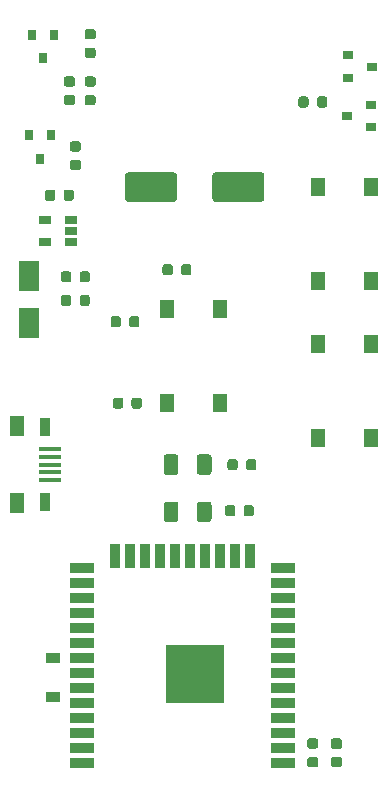
<source format=gtp>
G04 #@! TF.GenerationSoftware,KiCad,Pcbnew,(5.1.7)-1*
G04 #@! TF.CreationDate,2021-06-29T10:42:22+02:00*
G04 #@! TF.ProjectId,TwomesGateway,54776f6d-6573-4476-9174-657761792e6b,rev?*
G04 #@! TF.SameCoordinates,Original*
G04 #@! TF.FileFunction,Paste,Top*
G04 #@! TF.FilePolarity,Positive*
%FSLAX46Y46*%
G04 Gerber Fmt 4.6, Leading zero omitted, Abs format (unit mm)*
G04 Created by KiCad (PCBNEW (5.1.7)-1) date 2021-06-29 10:42:22*
%MOMM*%
%LPD*%
G01*
G04 APERTURE LIST*
%ADD10R,1.800000X2.500000*%
%ADD11R,0.900000X1.625000*%
%ADD12R,1.850000X0.400000*%
%ADD13R,1.300000X1.715000*%
%ADD14R,0.900000X0.800000*%
%ADD15R,0.800000X0.900000*%
%ADD16R,1.200000X0.900000*%
%ADD17R,2.000000X0.900000*%
%ADD18R,0.900000X2.000000*%
%ADD19R,5.000000X5.000000*%
%ADD20R,1.060000X0.650000*%
%ADD21R,1.300000X1.550000*%
G04 APERTURE END LIST*
G36*
G01*
X94750000Y-141725000D02*
X95250000Y-141725000D01*
G75*
G02*
X95475000Y-141950000I0J-225000D01*
G01*
X95475000Y-142400000D01*
G75*
G02*
X95250000Y-142625000I-225000J0D01*
G01*
X94750000Y-142625000D01*
G75*
G02*
X94525000Y-142400000I0J225000D01*
G01*
X94525000Y-141950000D01*
G75*
G02*
X94750000Y-141725000I225000J0D01*
G01*
G37*
G36*
G01*
X94750000Y-140175000D02*
X95250000Y-140175000D01*
G75*
G02*
X95475000Y-140400000I0J-225000D01*
G01*
X95475000Y-140850000D01*
G75*
G02*
X95250000Y-141075000I-225000J0D01*
G01*
X94750000Y-141075000D01*
G75*
G02*
X94525000Y-140850000I0J225000D01*
G01*
X94525000Y-140400000D01*
G75*
G02*
X94750000Y-140175000I225000J0D01*
G01*
G37*
G36*
G01*
X92743750Y-140175000D02*
X93256250Y-140175000D01*
G75*
G02*
X93475000Y-140393750I0J-218750D01*
G01*
X93475000Y-140831250D01*
G75*
G02*
X93256250Y-141050000I-218750J0D01*
G01*
X92743750Y-141050000D01*
G75*
G02*
X92525000Y-140831250I0J218750D01*
G01*
X92525000Y-140393750D01*
G75*
G02*
X92743750Y-140175000I218750J0D01*
G01*
G37*
G36*
G01*
X92743750Y-141750000D02*
X93256250Y-141750000D01*
G75*
G02*
X93475000Y-141968750I0J-218750D01*
G01*
X93475000Y-142406250D01*
G75*
G02*
X93256250Y-142625000I-218750J0D01*
G01*
X92743750Y-142625000D01*
G75*
G02*
X92525000Y-142406250I0J218750D01*
G01*
X92525000Y-141968750D01*
G75*
G02*
X92743750Y-141750000I218750J0D01*
G01*
G37*
G36*
G01*
X84500000Y-94500000D02*
X84500000Y-92500000D01*
G75*
G02*
X84750000Y-92250000I250000J0D01*
G01*
X88650000Y-92250000D01*
G75*
G02*
X88900000Y-92500000I0J-250000D01*
G01*
X88900000Y-94500000D01*
G75*
G02*
X88650000Y-94750000I-250000J0D01*
G01*
X84750000Y-94750000D01*
G75*
G02*
X84500000Y-94500000I0J250000D01*
G01*
G37*
G36*
G01*
X77100000Y-94500000D02*
X77100000Y-92500000D01*
G75*
G02*
X77350000Y-92250000I250000J0D01*
G01*
X81250000Y-92250000D01*
G75*
G02*
X81500000Y-92500000I0J-250000D01*
G01*
X81500000Y-94500000D01*
G75*
G02*
X81250000Y-94750000I-250000J0D01*
G01*
X77350000Y-94750000D01*
G75*
G02*
X77100000Y-94500000I0J250000D01*
G01*
G37*
D10*
X69000000Y-105000000D03*
X69000000Y-101000000D03*
D11*
X70300000Y-120200000D03*
D12*
X70770000Y-118310000D03*
X70770000Y-117660000D03*
X70770000Y-117010000D03*
D11*
X70300000Y-113800000D03*
D12*
X70770000Y-116360000D03*
X70770000Y-115710000D03*
D13*
X67950000Y-120250000D03*
X67950000Y-113750000D03*
G36*
G01*
X73893750Y-81700000D02*
X74406250Y-81700000D01*
G75*
G02*
X74625000Y-81918750I0J-218750D01*
G01*
X74625000Y-82356250D01*
G75*
G02*
X74406250Y-82575000I-218750J0D01*
G01*
X73893750Y-82575000D01*
G75*
G02*
X73675000Y-82356250I0J218750D01*
G01*
X73675000Y-81918750D01*
G75*
G02*
X73893750Y-81700000I218750J0D01*
G01*
G37*
G36*
G01*
X73893750Y-80125000D02*
X74406250Y-80125000D01*
G75*
G02*
X74625000Y-80343750I0J-218750D01*
G01*
X74625000Y-80781250D01*
G75*
G02*
X74406250Y-81000000I-218750J0D01*
G01*
X73893750Y-81000000D01*
G75*
G02*
X73675000Y-80781250I0J218750D01*
G01*
X73675000Y-80343750D01*
G75*
G02*
X73893750Y-80125000I218750J0D01*
G01*
G37*
G36*
G01*
X74406250Y-85000000D02*
X73893750Y-85000000D01*
G75*
G02*
X73675000Y-84781250I0J218750D01*
G01*
X73675000Y-84343750D01*
G75*
G02*
X73893750Y-84125000I218750J0D01*
G01*
X74406250Y-84125000D01*
G75*
G02*
X74625000Y-84343750I0J-218750D01*
G01*
X74625000Y-84781250D01*
G75*
G02*
X74406250Y-85000000I-218750J0D01*
G01*
G37*
G36*
G01*
X74406250Y-86575000D02*
X73893750Y-86575000D01*
G75*
G02*
X73675000Y-86356250I0J218750D01*
G01*
X73675000Y-85918750D01*
G75*
G02*
X73893750Y-85700000I218750J0D01*
G01*
X74406250Y-85700000D01*
G75*
G02*
X74625000Y-85918750I0J-218750D01*
G01*
X74625000Y-86356250D01*
G75*
G02*
X74406250Y-86575000I-218750J0D01*
G01*
G37*
D14*
X95900000Y-87500000D03*
X97900000Y-86550000D03*
X97900000Y-88450000D03*
X98000000Y-83300000D03*
X96000000Y-84250000D03*
X96000000Y-82350000D03*
G36*
G01*
X76950000Y-111543750D02*
X76950000Y-112056250D01*
G75*
G02*
X76731250Y-112275000I-218750J0D01*
G01*
X76293750Y-112275000D01*
G75*
G02*
X76075000Y-112056250I0J218750D01*
G01*
X76075000Y-111543750D01*
G75*
G02*
X76293750Y-111325000I218750J0D01*
G01*
X76731250Y-111325000D01*
G75*
G02*
X76950000Y-111543750I0J-218750D01*
G01*
G37*
G36*
G01*
X78525000Y-111543750D02*
X78525000Y-112056250D01*
G75*
G02*
X78306250Y-112275000I-218750J0D01*
G01*
X77868750Y-112275000D01*
G75*
G02*
X77650000Y-112056250I0J218750D01*
G01*
X77650000Y-111543750D01*
G75*
G02*
X77868750Y-111325000I218750J0D01*
G01*
X78306250Y-111325000D01*
G75*
G02*
X78525000Y-111543750I0J-218750D01*
G01*
G37*
D15*
X69900000Y-91100000D03*
X68950000Y-89100000D03*
X70850000Y-89100000D03*
X70150000Y-82600000D03*
X69200000Y-80600000D03*
X71100000Y-80600000D03*
D16*
X71000000Y-136650000D03*
X71000000Y-133350000D03*
D17*
X73500000Y-142255000D03*
X73500000Y-140985000D03*
X73500000Y-139715000D03*
X73500000Y-138445000D03*
X73500000Y-137175000D03*
X73500000Y-135905000D03*
X73500000Y-134635000D03*
X73500000Y-133365000D03*
X73500000Y-132095000D03*
X73500000Y-130825000D03*
X73500000Y-129555000D03*
X73500000Y-128285000D03*
X73500000Y-127015000D03*
X73500000Y-125745000D03*
D18*
X76285000Y-124745000D03*
X77555000Y-124745000D03*
X78825000Y-124745000D03*
X80095000Y-124745000D03*
X81365000Y-124745000D03*
X82635000Y-124745000D03*
X83905000Y-124745000D03*
X85175000Y-124745000D03*
X86445000Y-124745000D03*
X87715000Y-124745000D03*
D17*
X90500000Y-125745000D03*
X90500000Y-127015000D03*
X90500000Y-128285000D03*
X90500000Y-129555000D03*
X90500000Y-130825000D03*
X90500000Y-132095000D03*
X90500000Y-133365000D03*
X90500000Y-134635000D03*
X90500000Y-135905000D03*
X90500000Y-137175000D03*
X90500000Y-138445000D03*
X90500000Y-139715000D03*
X90500000Y-140985000D03*
X90500000Y-142255000D03*
D19*
X83000000Y-134755000D03*
D20*
X70300000Y-98150000D03*
X70300000Y-96250000D03*
X72500000Y-96250000D03*
X72500000Y-97200000D03*
X72500000Y-98150000D03*
D21*
X93450000Y-101475000D03*
X97950000Y-101475000D03*
X97950000Y-93525000D03*
X93450000Y-93525000D03*
X93450000Y-114775000D03*
X97950000Y-114775000D03*
X97950000Y-106825000D03*
X93450000Y-106825000D03*
X80650000Y-111775000D03*
X85150000Y-111775000D03*
X85150000Y-103825000D03*
X80650000Y-103825000D03*
G36*
G01*
X87350000Y-117256250D02*
X87350000Y-116743750D01*
G75*
G02*
X87568750Y-116525000I218750J0D01*
G01*
X88006250Y-116525000D01*
G75*
G02*
X88225000Y-116743750I0J-218750D01*
G01*
X88225000Y-117256250D01*
G75*
G02*
X88006250Y-117475000I-218750J0D01*
G01*
X87568750Y-117475000D01*
G75*
G02*
X87350000Y-117256250I0J218750D01*
G01*
G37*
G36*
G01*
X85775000Y-117256250D02*
X85775000Y-116743750D01*
G75*
G02*
X85993750Y-116525000I218750J0D01*
G01*
X86431250Y-116525000D01*
G75*
G02*
X86650000Y-116743750I0J-218750D01*
G01*
X86650000Y-117256250D01*
G75*
G02*
X86431250Y-117475000I-218750J0D01*
G01*
X85993750Y-117475000D01*
G75*
G02*
X85775000Y-117256250I0J218750D01*
G01*
G37*
G36*
G01*
X87137500Y-121156250D02*
X87137500Y-120643750D01*
G75*
G02*
X87356250Y-120425000I218750J0D01*
G01*
X87793750Y-120425000D01*
G75*
G02*
X88012500Y-120643750I0J-218750D01*
G01*
X88012500Y-121156250D01*
G75*
G02*
X87793750Y-121375000I-218750J0D01*
G01*
X87356250Y-121375000D01*
G75*
G02*
X87137500Y-121156250I0J218750D01*
G01*
G37*
G36*
G01*
X85562500Y-121156250D02*
X85562500Y-120643750D01*
G75*
G02*
X85781250Y-120425000I218750J0D01*
G01*
X86218750Y-120425000D01*
G75*
G02*
X86437500Y-120643750I0J-218750D01*
G01*
X86437500Y-121156250D01*
G75*
G02*
X86218750Y-121375000I-218750J0D01*
G01*
X85781250Y-121375000D01*
G75*
G02*
X85562500Y-121156250I0J218750D01*
G01*
G37*
G36*
G01*
X76750000Y-104643750D02*
X76750000Y-105156250D01*
G75*
G02*
X76531250Y-105375000I-218750J0D01*
G01*
X76093750Y-105375000D01*
G75*
G02*
X75875000Y-105156250I0J218750D01*
G01*
X75875000Y-104643750D01*
G75*
G02*
X76093750Y-104425000I218750J0D01*
G01*
X76531250Y-104425000D01*
G75*
G02*
X76750000Y-104643750I0J-218750D01*
G01*
G37*
G36*
G01*
X78325000Y-104643750D02*
X78325000Y-105156250D01*
G75*
G02*
X78106250Y-105375000I-218750J0D01*
G01*
X77668750Y-105375000D01*
G75*
G02*
X77450000Y-105156250I0J218750D01*
G01*
X77450000Y-104643750D01*
G75*
G02*
X77668750Y-104425000I218750J0D01*
G01*
X78106250Y-104425000D01*
G75*
G02*
X78325000Y-104643750I0J-218750D01*
G01*
G37*
G36*
G01*
X81850000Y-100756250D02*
X81850000Y-100243750D01*
G75*
G02*
X82068750Y-100025000I218750J0D01*
G01*
X82506250Y-100025000D01*
G75*
G02*
X82725000Y-100243750I0J-218750D01*
G01*
X82725000Y-100756250D01*
G75*
G02*
X82506250Y-100975000I-218750J0D01*
G01*
X82068750Y-100975000D01*
G75*
G02*
X81850000Y-100756250I0J218750D01*
G01*
G37*
G36*
G01*
X80275000Y-100756250D02*
X80275000Y-100243750D01*
G75*
G02*
X80493750Y-100025000I218750J0D01*
G01*
X80931250Y-100025000D01*
G75*
G02*
X81150000Y-100243750I0J-218750D01*
G01*
X81150000Y-100756250D01*
G75*
G02*
X80931250Y-100975000I-218750J0D01*
G01*
X80493750Y-100975000D01*
G75*
G02*
X80275000Y-100756250I0J218750D01*
G01*
G37*
G36*
G01*
X93350000Y-86556250D02*
X93350000Y-86043750D01*
G75*
G02*
X93568750Y-85825000I218750J0D01*
G01*
X94006250Y-85825000D01*
G75*
G02*
X94225000Y-86043750I0J-218750D01*
G01*
X94225000Y-86556250D01*
G75*
G02*
X94006250Y-86775000I-218750J0D01*
G01*
X93568750Y-86775000D01*
G75*
G02*
X93350000Y-86556250I0J218750D01*
G01*
G37*
G36*
G01*
X91775000Y-86556250D02*
X91775000Y-86043750D01*
G75*
G02*
X91993750Y-85825000I218750J0D01*
G01*
X92431250Y-85825000D01*
G75*
G02*
X92650000Y-86043750I0J-218750D01*
G01*
X92650000Y-86556250D01*
G75*
G02*
X92431250Y-86775000I-218750J0D01*
G01*
X91993750Y-86775000D01*
G75*
G02*
X91775000Y-86556250I0J218750D01*
G01*
G37*
G36*
G01*
X72656250Y-85000000D02*
X72143750Y-85000000D01*
G75*
G02*
X71925000Y-84781250I0J218750D01*
G01*
X71925000Y-84343750D01*
G75*
G02*
X72143750Y-84125000I218750J0D01*
G01*
X72656250Y-84125000D01*
G75*
G02*
X72875000Y-84343750I0J-218750D01*
G01*
X72875000Y-84781250D01*
G75*
G02*
X72656250Y-85000000I-218750J0D01*
G01*
G37*
G36*
G01*
X72656250Y-86575000D02*
X72143750Y-86575000D01*
G75*
G02*
X71925000Y-86356250I0J218750D01*
G01*
X71925000Y-85918750D01*
G75*
G02*
X72143750Y-85700000I218750J0D01*
G01*
X72656250Y-85700000D01*
G75*
G02*
X72875000Y-85918750I0J-218750D01*
G01*
X72875000Y-86356250D01*
G75*
G02*
X72656250Y-86575000I-218750J0D01*
G01*
G37*
G36*
G01*
X73156250Y-90500000D02*
X72643750Y-90500000D01*
G75*
G02*
X72425000Y-90281250I0J218750D01*
G01*
X72425000Y-89843750D01*
G75*
G02*
X72643750Y-89625000I218750J0D01*
G01*
X73156250Y-89625000D01*
G75*
G02*
X73375000Y-89843750I0J-218750D01*
G01*
X73375000Y-90281250D01*
G75*
G02*
X73156250Y-90500000I-218750J0D01*
G01*
G37*
G36*
G01*
X73156250Y-92075000D02*
X72643750Y-92075000D01*
G75*
G02*
X72425000Y-91856250I0J218750D01*
G01*
X72425000Y-91418750D01*
G75*
G02*
X72643750Y-91200000I218750J0D01*
G01*
X73156250Y-91200000D01*
G75*
G02*
X73375000Y-91418750I0J-218750D01*
G01*
X73375000Y-91856250D01*
G75*
G02*
X73156250Y-92075000I-218750J0D01*
G01*
G37*
G36*
G01*
X83175000Y-117625000D02*
X83175000Y-116375000D01*
G75*
G02*
X83425000Y-116125000I250000J0D01*
G01*
X84175000Y-116125000D01*
G75*
G02*
X84425000Y-116375000I0J-250000D01*
G01*
X84425000Y-117625000D01*
G75*
G02*
X84175000Y-117875000I-250000J0D01*
G01*
X83425000Y-117875000D01*
G75*
G02*
X83175000Y-117625000I0J250000D01*
G01*
G37*
G36*
G01*
X80375000Y-117625000D02*
X80375000Y-116375000D01*
G75*
G02*
X80625000Y-116125000I250000J0D01*
G01*
X81375000Y-116125000D01*
G75*
G02*
X81625000Y-116375000I0J-250000D01*
G01*
X81625000Y-117625000D01*
G75*
G02*
X81375000Y-117875000I-250000J0D01*
G01*
X80625000Y-117875000D01*
G75*
G02*
X80375000Y-117625000I0J250000D01*
G01*
G37*
G36*
G01*
X83175000Y-121625000D02*
X83175000Y-120375000D01*
G75*
G02*
X83425000Y-120125000I250000J0D01*
G01*
X84175000Y-120125000D01*
G75*
G02*
X84425000Y-120375000I0J-250000D01*
G01*
X84425000Y-121625000D01*
G75*
G02*
X84175000Y-121875000I-250000J0D01*
G01*
X83425000Y-121875000D01*
G75*
G02*
X83175000Y-121625000I0J250000D01*
G01*
G37*
G36*
G01*
X80375000Y-121625000D02*
X80375000Y-120375000D01*
G75*
G02*
X80625000Y-120125000I250000J0D01*
G01*
X81375000Y-120125000D01*
G75*
G02*
X81625000Y-120375000I0J-250000D01*
G01*
X81625000Y-121625000D01*
G75*
G02*
X81375000Y-121875000I-250000J0D01*
G01*
X80625000Y-121875000D01*
G75*
G02*
X80375000Y-121625000I0J250000D01*
G01*
G37*
G36*
G01*
X73250000Y-103356250D02*
X73250000Y-102843750D01*
G75*
G02*
X73468750Y-102625000I218750J0D01*
G01*
X73906250Y-102625000D01*
G75*
G02*
X74125000Y-102843750I0J-218750D01*
G01*
X74125000Y-103356250D01*
G75*
G02*
X73906250Y-103575000I-218750J0D01*
G01*
X73468750Y-103575000D01*
G75*
G02*
X73250000Y-103356250I0J218750D01*
G01*
G37*
G36*
G01*
X71675000Y-103356250D02*
X71675000Y-102843750D01*
G75*
G02*
X71893750Y-102625000I218750J0D01*
G01*
X72331250Y-102625000D01*
G75*
G02*
X72550000Y-102843750I0J-218750D01*
G01*
X72550000Y-103356250D01*
G75*
G02*
X72331250Y-103575000I-218750J0D01*
G01*
X71893750Y-103575000D01*
G75*
G02*
X71675000Y-103356250I0J218750D01*
G01*
G37*
G36*
G01*
X73250000Y-101356250D02*
X73250000Y-100843750D01*
G75*
G02*
X73468750Y-100625000I218750J0D01*
G01*
X73906250Y-100625000D01*
G75*
G02*
X74125000Y-100843750I0J-218750D01*
G01*
X74125000Y-101356250D01*
G75*
G02*
X73906250Y-101575000I-218750J0D01*
G01*
X73468750Y-101575000D01*
G75*
G02*
X73250000Y-101356250I0J218750D01*
G01*
G37*
G36*
G01*
X71675000Y-101356250D02*
X71675000Y-100843750D01*
G75*
G02*
X71893750Y-100625000I218750J0D01*
G01*
X72331250Y-100625000D01*
G75*
G02*
X72550000Y-100843750I0J-218750D01*
G01*
X72550000Y-101356250D01*
G75*
G02*
X72331250Y-101575000I-218750J0D01*
G01*
X71893750Y-101575000D01*
G75*
G02*
X71675000Y-101356250I0J218750D01*
G01*
G37*
G36*
G01*
X71900000Y-94456250D02*
X71900000Y-93943750D01*
G75*
G02*
X72118750Y-93725000I218750J0D01*
G01*
X72556250Y-93725000D01*
G75*
G02*
X72775000Y-93943750I0J-218750D01*
G01*
X72775000Y-94456250D01*
G75*
G02*
X72556250Y-94675000I-218750J0D01*
G01*
X72118750Y-94675000D01*
G75*
G02*
X71900000Y-94456250I0J218750D01*
G01*
G37*
G36*
G01*
X70325000Y-94456250D02*
X70325000Y-93943750D01*
G75*
G02*
X70543750Y-93725000I218750J0D01*
G01*
X70981250Y-93725000D01*
G75*
G02*
X71200000Y-93943750I0J-218750D01*
G01*
X71200000Y-94456250D01*
G75*
G02*
X70981250Y-94675000I-218750J0D01*
G01*
X70543750Y-94675000D01*
G75*
G02*
X70325000Y-94456250I0J218750D01*
G01*
G37*
M02*

</source>
